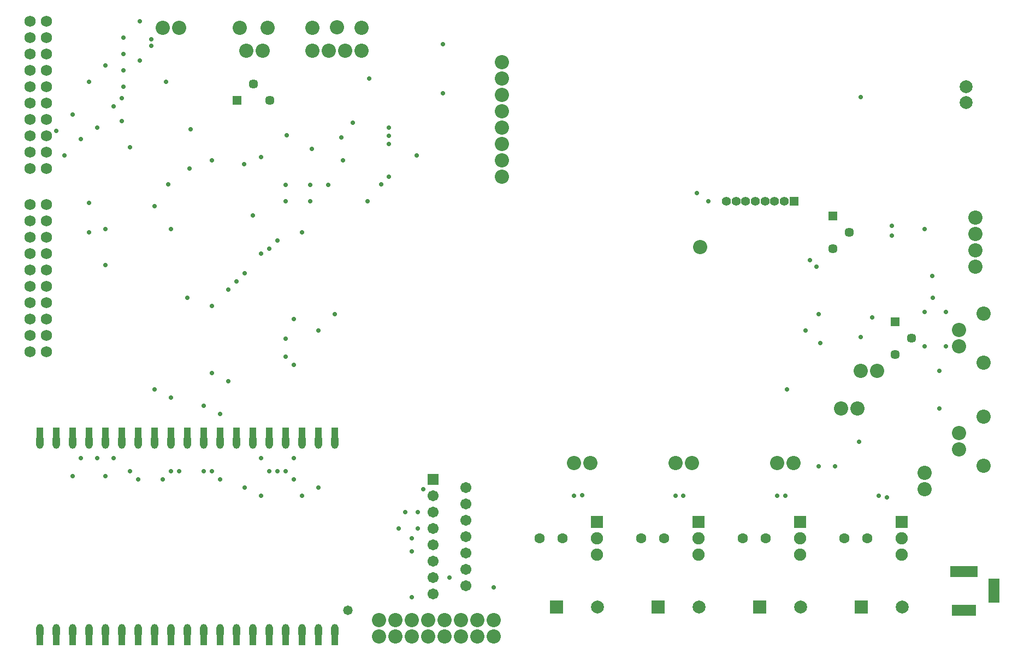
<source format=gbs>
G04*
G04 #@! TF.GenerationSoftware,Altium Limited,Altium Designer,23.4.1 (23)*
G04*
G04 Layer_Color=16711935*
%FSLAX25Y25*%
%MOIN*%
G70*
G04*
G04 #@! TF.SameCoordinates,E68B94D6-D60F-444A-AFFC-629A5A92400F*
G04*
G04*
G04 #@! TF.FilePolarity,Negative*
G04*
G01*
G75*
%ADD46C,0.07887*%
%ADD47R,0.05524X0.05524*%
%ADD48C,0.05524*%
%ADD49C,0.06706*%
%ADD50R,0.06706X0.06706*%
%ADD51O,0.04540X0.08674*%
%ADD52R,0.04343X0.06706*%
%ADD53C,0.08674*%
%ADD54C,0.06800*%
%ADD55R,0.07887X0.07887*%
%ADD56C,0.05721*%
%ADD57R,0.05721X0.05721*%
%ADD58R,0.07493X0.07493*%
%ADD59C,0.07493*%
%ADD60C,0.06312*%
%ADD61R,0.16548X0.06706*%
%ADD62R,0.14580X0.06706*%
%ADD63R,0.06706X0.14580*%
%ADD64R,0.05721X0.05721*%
%ADD65C,0.02800*%
%ADD66C,0.05800*%
D46*
X679260Y450236D02*
D03*
Y440394D02*
D03*
X640500Y132000D02*
D03*
X454500D02*
D03*
X578500D02*
D03*
X516500D02*
D03*
D47*
X574339Y380000D02*
D03*
D48*
X568433D02*
D03*
X562528D02*
D03*
X556622D02*
D03*
X533000D02*
D03*
X538905D02*
D03*
X544811D02*
D03*
X550716D02*
D03*
D49*
X354000Y140000D02*
D03*
X374000Y145000D02*
D03*
X354000Y150000D02*
D03*
X374000Y155000D02*
D03*
X354000Y160000D02*
D03*
X374000Y165000D02*
D03*
X354000Y170000D02*
D03*
X374000Y175000D02*
D03*
X354000Y180000D02*
D03*
X374000Y185000D02*
D03*
X354000Y190000D02*
D03*
X374000Y195000D02*
D03*
X354000Y200000D02*
D03*
X374000Y205000D02*
D03*
D50*
X354000Y210000D02*
D03*
D51*
X144000Y233000D02*
D03*
X154000D02*
D03*
X164000D02*
D03*
X174000D02*
D03*
X184000D02*
D03*
X194000D02*
D03*
X204000D02*
D03*
X214000D02*
D03*
X224000D02*
D03*
X234000D02*
D03*
X244000D02*
D03*
X254000D02*
D03*
X264000D02*
D03*
X274000D02*
D03*
X284000D02*
D03*
X294000D02*
D03*
X114000D02*
D03*
X124000D02*
D03*
X134000D02*
D03*
Y117386D02*
D03*
X124000D02*
D03*
X114000D02*
D03*
X294000D02*
D03*
X284000D02*
D03*
X274000D02*
D03*
X264000D02*
D03*
X254000D02*
D03*
X244000D02*
D03*
X234000D02*
D03*
X224000D02*
D03*
X214000D02*
D03*
X204000D02*
D03*
X194000D02*
D03*
X184000D02*
D03*
X174000D02*
D03*
X164000D02*
D03*
X154000D02*
D03*
X144000D02*
D03*
D52*
Y238315D02*
D03*
X154000D02*
D03*
X164000D02*
D03*
X174000D02*
D03*
X184000D02*
D03*
X194000D02*
D03*
X204000D02*
D03*
X214000D02*
D03*
X224000D02*
D03*
X234000D02*
D03*
X244000D02*
D03*
X254000D02*
D03*
X264000D02*
D03*
X274000D02*
D03*
X284000D02*
D03*
X294000D02*
D03*
X114000D02*
D03*
X124000D02*
D03*
X134000D02*
D03*
Y112071D02*
D03*
X124000D02*
D03*
X114000D02*
D03*
X294000D02*
D03*
X284000D02*
D03*
X274000D02*
D03*
X264000D02*
D03*
X254000D02*
D03*
X244000D02*
D03*
X234000D02*
D03*
X224000D02*
D03*
X214000D02*
D03*
X204000D02*
D03*
X194000D02*
D03*
X184000D02*
D03*
X174000D02*
D03*
X164000D02*
D03*
X154000D02*
D03*
X144000D02*
D03*
D53*
X391000Y124000D02*
D03*
X381000D02*
D03*
X371000D02*
D03*
X361000D02*
D03*
X351000D02*
D03*
X341000D02*
D03*
X331000D02*
D03*
X321000D02*
D03*
X391000Y114000D02*
D03*
X381000D02*
D03*
X371000D02*
D03*
X361000D02*
D03*
X351000D02*
D03*
X341000D02*
D03*
X331000D02*
D03*
X321000D02*
D03*
X690000Y281500D02*
D03*
X675000Y301500D02*
D03*
Y291500D02*
D03*
X690000Y311500D02*
D03*
Y248500D02*
D03*
Y218500D02*
D03*
X625000Y276500D02*
D03*
X615000D02*
D03*
X603000Y253500D02*
D03*
X613000D02*
D03*
X675000Y228500D02*
D03*
Y238500D02*
D03*
X685000Y340000D02*
D03*
Y350000D02*
D03*
Y360000D02*
D03*
Y370000D02*
D03*
X654000Y214000D02*
D03*
Y204000D02*
D03*
X574000Y220000D02*
D03*
X564000D02*
D03*
X512000D02*
D03*
X502000D02*
D03*
X450000D02*
D03*
X440000D02*
D03*
X253000Y486000D02*
D03*
X396000Y425000D02*
D03*
Y465000D02*
D03*
Y455000D02*
D03*
Y445000D02*
D03*
Y435000D02*
D03*
Y415000D02*
D03*
Y405000D02*
D03*
Y395000D02*
D03*
X517000Y352000D02*
D03*
X280500Y472000D02*
D03*
X290500D02*
D03*
X300500D02*
D03*
X310500D02*
D03*
X280500Y486000D02*
D03*
X310500D02*
D03*
X240000Y472000D02*
D03*
X250000D02*
D03*
X236000Y486000D02*
D03*
X295500Y486500D02*
D03*
X189000Y486000D02*
D03*
X199000D02*
D03*
D54*
X118000Y400000D02*
D03*
Y410000D02*
D03*
Y420000D02*
D03*
Y430000D02*
D03*
Y440000D02*
D03*
Y450000D02*
D03*
Y460000D02*
D03*
Y470000D02*
D03*
Y480000D02*
D03*
Y490000D02*
D03*
X108000D02*
D03*
Y480000D02*
D03*
Y470000D02*
D03*
Y460000D02*
D03*
Y450000D02*
D03*
Y440000D02*
D03*
Y430000D02*
D03*
Y420000D02*
D03*
Y410000D02*
D03*
Y400000D02*
D03*
X118000Y288000D02*
D03*
Y298000D02*
D03*
Y308000D02*
D03*
Y318000D02*
D03*
Y328000D02*
D03*
Y338000D02*
D03*
Y348000D02*
D03*
Y358000D02*
D03*
Y368000D02*
D03*
Y378000D02*
D03*
X108000D02*
D03*
Y368000D02*
D03*
Y358000D02*
D03*
Y348000D02*
D03*
Y338000D02*
D03*
Y328000D02*
D03*
Y318000D02*
D03*
Y308000D02*
D03*
Y298000D02*
D03*
Y288000D02*
D03*
D55*
X615500Y132000D02*
D03*
X429500D02*
D03*
X553500D02*
D03*
X491500D02*
D03*
D56*
X636138Y286500D02*
D03*
X646138Y296500D02*
D03*
X598138Y351000D02*
D03*
X608138Y361000D02*
D03*
X254500Y441638D02*
D03*
X244500Y451638D02*
D03*
D57*
X636138Y306500D02*
D03*
X598138Y371000D02*
D03*
D58*
X516000Y184000D02*
D03*
X578000D02*
D03*
X640000D02*
D03*
X454000D02*
D03*
D59*
X516000Y174000D02*
D03*
Y164000D02*
D03*
X578000Y174000D02*
D03*
Y164000D02*
D03*
X640000Y174000D02*
D03*
Y164000D02*
D03*
X454000Y174000D02*
D03*
Y164000D02*
D03*
D60*
X556890Y174000D02*
D03*
X543110D02*
D03*
X618890D02*
D03*
X605110D02*
D03*
X432890D02*
D03*
X419110D02*
D03*
X494890D02*
D03*
X481110D02*
D03*
D61*
X678000Y153811D02*
D03*
D62*
Y130189D02*
D03*
D63*
X696504Y142000D02*
D03*
D64*
X234500Y441638D02*
D03*
D65*
X360000Y476000D02*
D03*
X314000Y380000D02*
D03*
X322400Y390400D02*
D03*
X344000Y408000D02*
D03*
X244115Y371295D02*
D03*
X599500Y218000D02*
D03*
X589500D02*
D03*
X219000Y405000D02*
D03*
X327000Y395000D02*
D03*
Y415000D02*
D03*
Y420000D02*
D03*
Y425000D02*
D03*
X315000Y455000D02*
D03*
X290000Y390000D02*
D03*
X305000Y428000D02*
D03*
X622000Y309000D02*
D03*
X615000Y297000D02*
D03*
X280000Y412000D02*
D03*
X654000Y363000D02*
D03*
X631000Y199000D02*
D03*
X569000Y200000D02*
D03*
X506660Y200251D02*
D03*
X444911Y200277D02*
D03*
X614000Y233000D02*
D03*
X360000Y446000D02*
D03*
X298000Y419000D02*
D03*
X264703Y420297D02*
D03*
X206000Y424000D02*
D03*
X144000Y379000D02*
D03*
X184000Y377000D02*
D03*
X299000Y405000D02*
D03*
X391000Y144000D02*
D03*
X264000Y285000D02*
D03*
X584000Y344000D02*
D03*
X588000Y340000D02*
D03*
X634000Y359051D02*
D03*
Y365000D02*
D03*
X269000Y280000D02*
D03*
X219000Y275000D02*
D03*
X229000Y270000D02*
D03*
X658679Y334497D02*
D03*
X659000Y321000D02*
D03*
X184000Y265000D02*
D03*
X214000Y255000D02*
D03*
X194000Y260000D02*
D03*
X224000Y250000D02*
D03*
X294000Y311000D02*
D03*
X264000Y296000D02*
D03*
X284000Y301000D02*
D03*
X570000Y265000D02*
D03*
X264000Y215000D02*
D03*
X259000D02*
D03*
X274000Y200000D02*
D03*
X249000D02*
D03*
X284000Y205000D02*
D03*
X254000Y215000D02*
D03*
X219000D02*
D03*
X214000D02*
D03*
X199000D02*
D03*
X194000D02*
D03*
X169000D02*
D03*
X239000Y205000D02*
D03*
X269000Y210000D02*
D03*
X224000D02*
D03*
X154000Y212000D02*
D03*
X174000Y210000D02*
D03*
X189000D02*
D03*
X269000Y223000D02*
D03*
Y308000D02*
D03*
X259000Y356000D02*
D03*
X249000Y223000D02*
D03*
Y348000D02*
D03*
X239000Y336000D02*
D03*
X229000Y326000D02*
D03*
X219000Y316000D02*
D03*
X204000Y321000D02*
D03*
X175000Y490000D02*
D03*
Y466000D02*
D03*
X164000Y429000D02*
D03*
X192500Y390500D02*
D03*
X194000Y363000D02*
D03*
X182000Y479000D02*
D03*
Y475000D02*
D03*
X154000Y363000D02*
D03*
Y463000D02*
D03*
X169000Y413000D02*
D03*
X164000Y443000D02*
D03*
X515000Y385000D02*
D03*
X134000Y212000D02*
D03*
X165000Y480000D02*
D03*
Y470000D02*
D03*
Y460000D02*
D03*
Y450000D02*
D03*
X159000Y223000D02*
D03*
Y438000D02*
D03*
X149000Y223000D02*
D03*
Y425000D02*
D03*
X124000Y423000D02*
D03*
X144000Y361000D02*
D03*
X139000Y223000D02*
D03*
Y418000D02*
D03*
X129000Y408000D02*
D03*
X144000Y453000D02*
D03*
X134000Y433000D02*
D03*
X364200Y150000D02*
D03*
X344600Y180000D02*
D03*
Y190000D02*
D03*
X348000Y204000D02*
D03*
X341000Y138000D02*
D03*
Y166000D02*
D03*
Y174000D02*
D03*
X333000Y180000D02*
D03*
X337000Y190000D02*
D03*
X154000Y341000D02*
D03*
X234000Y331000D02*
D03*
X254000Y351000D02*
D03*
X274000Y361000D02*
D03*
X667000Y312500D02*
D03*
X654000Y291500D02*
D03*
X667000D02*
D03*
X654000Y312500D02*
D03*
X590458Y293500D02*
D03*
X663000Y276500D02*
D03*
Y253500D02*
D03*
X589500Y310975D02*
D03*
X581500Y301000D02*
D03*
X502000Y200000D02*
D03*
X626000D02*
D03*
X564000D02*
D03*
X440000D02*
D03*
X614979Y443688D02*
D03*
X205525Y400000D02*
D03*
X191000Y453000D02*
D03*
X522000Y380000D02*
D03*
X249000Y407000D02*
D03*
X238594Y402665D02*
D03*
X264000Y380000D02*
D03*
X279000D02*
D03*
Y390000D02*
D03*
X264172Y390111D02*
D03*
D66*
X302000Y130000D02*
D03*
M02*

</source>
